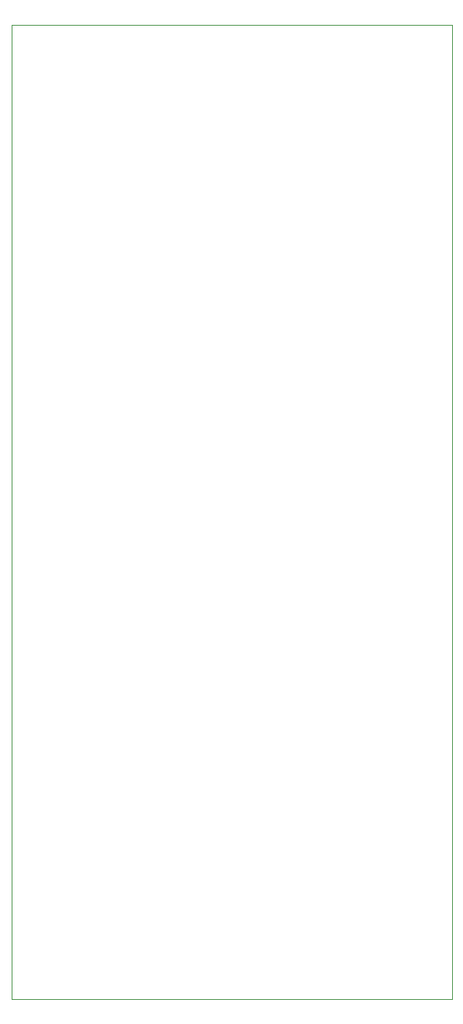
<source format=gm1>
G04 #@! TF.FileFunction,Profile,NP*
%FSLAX46Y46*%
G04 Gerber Fmt 4.6, Leading zero omitted, Abs format (unit mm)*
G04 Created by KiCad (PCBNEW (2016-08-20 BZR 7083)-product) date Sun Dec  4 23:05:15 2016*
%MOMM*%
%LPD*%
G01*
G04 APERTURE LIST*
%ADD10C,0.100000*%
G04 APERTURE END LIST*
D10*
X0Y106000000D02*
X0Y0D01*
X48000000Y106000000D02*
X0Y106000000D01*
X48000000Y0D02*
X48000000Y106000000D01*
X0Y0D02*
X48000000Y0D01*
M02*

</source>
